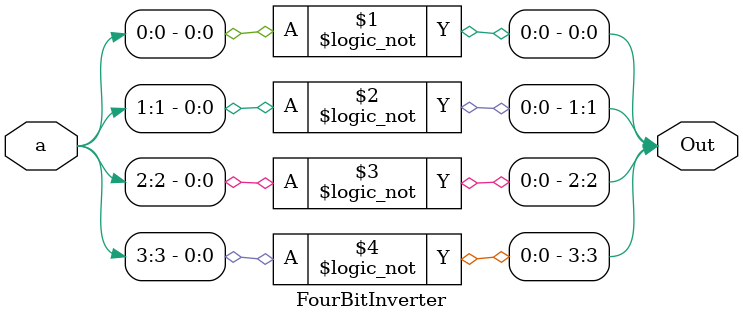
<source format=v>
module FourBitInverter(a, Out);
	input [3:0] a;
	output [3:0] Out;
	assign Out[0] = !a[0];
	assign Out[1] = !a[1];
	assign Out[2] = !a[2];
	assign Out[3] = !a[3];
endmodule
</source>
